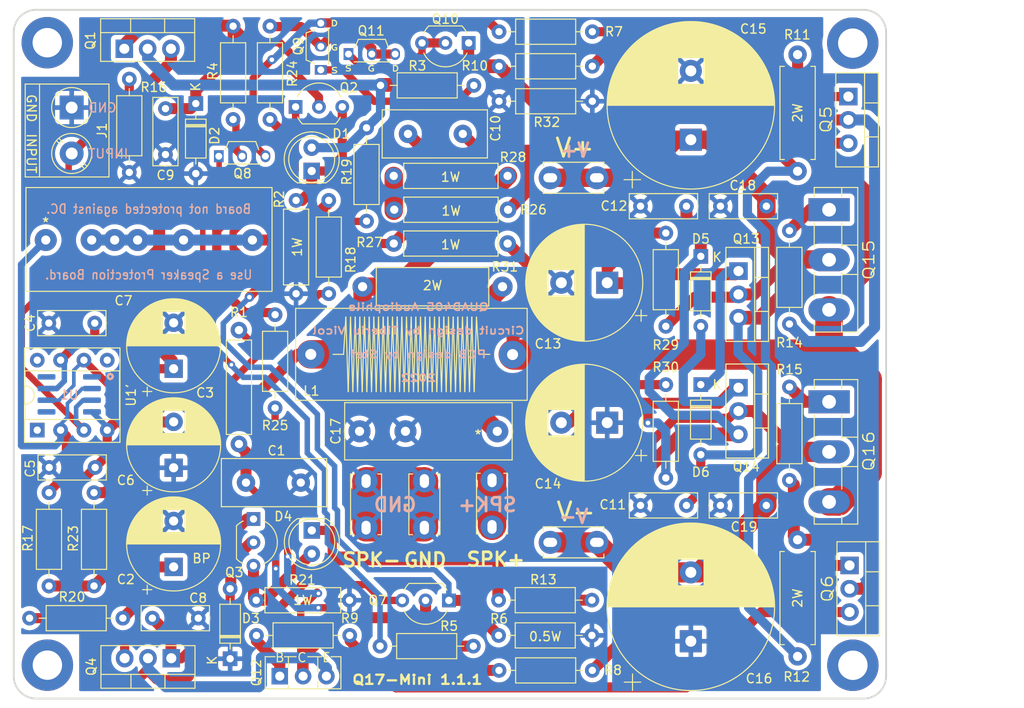
<source format=kicad_pcb>
(kicad_pcb (version 20211014) (generator pcbnew)
  (title_block (title "Q17-Mini the Quad405 reborn") (date "2021-12-10") (rev "1.1.1") (company "PCB design by Stef") (comment 1 "Zize 95 x 75 mm"))
  (layers (0 "F.Cu" signal) (31 "B.Cu" signal) (34 "B.Paste" user) (35 "F.Paste" user) (36 "B.SilkS" user "B.Silkscreen") (37 "F.SilkS" user "F.Silkscreen") (38 "B.Mask" user) (39 "F.Mask" user) (44 "Edge.Cuts" user))
  (net 0 "")
  (net 1 "GND")
  (net 2 "Net-(C1-Pad1)")
  (net 3 "Net-(C2-Pad1)")
  (net 4 "Net-(C3-Pad1)")
  (net 5 "Net-(C5-Pad2)")
  (net 6 "Net-(C7-Pad1)")
  (net 7 "Net-(C7-Pad2)")
  (net 8 "Net-(C8-Pad2)")
  (net 9 "Net-(C9-Pad2)")
  (net 10 "Net-(C10-Pad2)")
  (net 11 "Net-(C10-Pad1)")
  (net 12 "Net-(C11-Pad2)")
  (net 13 "GNDPWR")
  (net 14 "Net-(C12-Pad2)")
  (net 15 "Net-(C13-Pad1)")
  (net 16 "Net-(C14-Pad2)")
  (net 17 "Net-(C15-Pad1)")
  (net 18 "Net-(C16-Pad2)")
  (net 19 "Net-(C17-Pad1)")
  (net 20 "Net-(D1-Pad1)")
  (net 21 "Net-(D4-Pad2)")
  (net 22 "Net-(L1-Pad2)")
  (net 23 "Net-(J2-1-Pad1)")
  (net 24 "Net-(Q2-Pad1)")
  (net 25 "Net-(Q3-Pad1)")
  (net 26 "Net-(Q8-Pad2)")
  (net 27 "Net-(Q5-Pad3)")
  (net 28 "Net-(Q5-Pad2)")
  (net 29 "Net-(Q5-Pad1)")
  (net 30 "Net-(Q6-Pad3)")
  (net 31 "Net-(Q6-Pad2)")
  (net 32 "Net-(Q6-Pad1)")
  (net 33 "Net-(Q15-Pad1)")
  (net 34 "Net-(Q16-Pad1)")
  (net 35 "Net-(R1-Pad1)")
  (net 36 "Net-(J1-Pad2)")
  (net 37 "Net-(R24-Pad2)")
  (net 38 "Net-(R26-Pad2)")
  (net 39 "Net-(Q8-Pad1)")
  (net 40 "Net-(Q7-Pad2)")
  (net 41 "Net-(Q10-Pad2)")
  (net 42 "Net-(Q9-Pad1)")
  (net 43 "Net-(Q8-Pad3)")
  (net 44 "Net-(Q11-Pad2)")
  (net 45 "Net-(Q12-Pad1)")
  (net 46 "Net-(Q12-Pad2)")
  (footprint "Package_TO_SOT_THT:TO-220-3_Vertical" (layer "F.Cu") (at 178.73 83.51722 -90)
    (fp_text reference "Q13")
    (fp_text value "IRF610")
  )
  (footprint "Q17_Library:Faston_Connector_63849-1_TEC" (layer "F.Cu") (at 158.2296 113.05742 180)
    (fp_text reference "J3-3")
    (fp_text value "V-")
  )
  (footprint "Resistor_THT:R_Axial_DIN0207_L6.3mm_D2.5mm_P10.16mm_Horizontal" (layer "F.Cu") (at 138.2268 67.9196 -90)
    (fp_text reference "R19")
    (fp_text value "330R")
  )
  (footprint "LED_THT:LED_D5.0mm" (layer "F.Cu") (at 132.266041 111.76 -90)
    (fp_text reference "D4")
    (fp_text value "RED 2V")
  )
  (footprint "Capacitor_THT:CP_Radial_D18.0mm_P7.50mm" (layer "F.Cu") (at 173.541041 123.825 90)
    (fp_text reference "C16")
    (fp_text value "2200uF/63V")
  )
  (footprint "Resistor_THT:R_Axial_DIN0207_L6.3mm_D2.5mm_P10.16mm_Horizontal" (layer "F.Cu") (at 152.654 65.024)
    (fp_text reference "R32")
    (fp_text value "10R")
  )
  (footprint "Resistor_THT:R_Axial_DIN0411_L9.9mm_D3.6mm_P12.70mm_Horizontal" (layer "F.Cu") (at 185.166 125.476 90)
    (fp_text reference "R12")
    (fp_text value "47R/2W")
  )
  (footprint "Package_TO_SOT_THT:TO-220-3_Vertical" (layer "F.Cu") (at 178.73 96.21722 -90)
    (fp_text reference "Q14")
    (fp_text value "IRF9610")
  )
  (footprint "Capacitor_THT:C_Rect_L7.2mm_W2.5mm_P5.00mm_FKS2_FKP2_MKS2_MKP2" (layer "F.Cu") (at 168.061 76.454)
    (fp_text reference "C12")
    (fp_text value "100nF")
  )
  (footprint "Resistor_THT:R_Axial_DIN0207_L6.3mm_D2.5mm_P10.16mm_Horizontal" (layer "F.Cu") (at 152.608231 123.19)
    (fp_text reference "R6")
    (fp_text value "100R/0.5W")
  )
  (footprint "MountingHole:MountingHole_3.2mm_M3_DIN965_Pad_TopBottom" (layer "F.Cu") (at 191.18882 126.440889)
    (fp_text reference "H3")
    (fp_text value "MountingHole_3.2mm_M3_DIN965_Pad_TopBottom")
  )
  (footprint "Resistor_THT:R_Axial_DIN0207_L6.3mm_D2.5mm_P10.16mm_Horizontal" (layer "F.Cu") (at 108.552144 117.80722 90)
    (fp_text reference "R23")
    (fp_text value "10k")
  )
  (footprint "Q17_Library:R_Axial_L8.0mm_D2.5mm_P10.16mm_Horizontal" (layer "F.Cu") (at 126.211495 119.361037)
    (fp_text reference "R21")
    (fp_text value "5k6/1W")
  )
  (footprint "Resistor_THT:R_Axial_DIN0207_L6.3mm_D2.5mm_P10.16mm_Horizontal" (layer "F.Cu") (at 152.654 127)
    (fp_text reference "R8")
    (fp_text value "120R")
  )
  (footprint "Resistor_THT:R_Axial_DIN0207_L6.3mm_D2.5mm_P10.16mm_Horizontal" (layer "F.Cu") (at 139.7 124.3584)
    (fp_text reference "R5")
    (fp_text value "10R")
  )
  (footprint "Capacitor_THT:C_Rect_L7.2mm_W2.5mm_P5.00mm_FKS2_FKP2_MKS2_MKP2" (layer "F.Cu") (at 168.061 109.035525)
    (fp_text reference "C11")
    (fp_text value "100nF")
  )
  (footprint "Capacitor_THT:CP_Radial_D10.0mm_P5.00mm" (layer "F.Cu") (at 117.221 104.934897 90)
    (fp_text reference "C6")
    (fp_text value "100uF/16V")
  )
  (footprint "Diode_THT:D_DO-35_SOD27_P7.62mm_Horizontal" (layer "F.Cu") (at 119.634 65.278 -90)
    (fp_text reference "D2")
    (fp_text value "1N5248B")
  )
  (footprint "LED_THT:LED_D5.0mm" (layer "F.Cu") (at 132.2539 72.619806 90)
    (fp_text reference "D1")
    (fp_text value "RED 2V")
  )
  (footprint "Capacitor_THT:C_Rect_L18.0mm_W6.0mm_P15.00mm_FKS3_FKP3" (layer "F.Cu") (at 152.466041 100.965 180)
    (fp_text reference "C17")
    (fp_text value "100nF MKP")
  )
  (footprint "Silver_Mica:C_Mica_L11.4mm_W4.3mm_H9.1_P5.9mm" (layer "F.Cu") (at 125.157847 106.553)
    (fp_text reference "C1")
    (fp_text value "470p Mica")
  )
  (footprint "Diode_THT:D_DO-35_SOD27_P7.62mm_Horizontal" (layer "F.Cu") (at 123.376041 125.73 90)
    (fp_text reference "D3")
    (fp_text value "1N5248B")
  )
  (footprint "Q17_Library:R_Axial_L8.0mm_D2.5mm_P10.16mm_Horizontal" (layer "F.Cu") (at 130.556 75.819 -90)
    (fp_text reference "R2")
    (fp_text value "5k6/1W")
  )
  (footprint "MountingHole:MountingHole_3.2mm_M3_DIN965_Pad_TopBottom" (layer "F.Cu") (at 103.463294 58.647028 180)
    (fp_text reference "H1")
    (fp_text value "MountingHole")
  )
  (footprint "Capacitor_THT:CP_Radial_D12.5mm_P5.00mm" (layer "F.Cu") (at 164.435 100.02722 180)
    (fp_text reference "C14")
    (fp_text value "220uF/63V")
  )
  (footprint "Diode_THT:D_DO-35_SOD27_P7.62mm_Horizontal" (layer "F.Cu") (at 174.625 95.885 -90)
    (fp_text reference "D6")
    (fp_text value "1N5245B")
  )
  (footprint "Capacitor_THT:CP_Radial_D10.0mm_P5.00mm" (layer "F.Cu") (at 117.221 94.150616 90)
    (fp_text reference "C3")
    (fp_text value "100uF/16V")
  )
  (footprint "Q17_Library:Faston_Connector_63849-1_TEC" (layer "F.Cu") (at 144.526 106.37722 90)
    (fp_text reference "J3-2")
    (fp_text value "GND")
  )
  (footprint "Q17_Library:Faston_Connector_63849-1_TEC" (layer "F.Cu") (at 151.892 111.379 -90)
    (fp_text reference "J2-1")
    (fp_text value "SPK+")
  )
  (footprint "Resistor_THT:R_Axial_DIN0207_L6.3mm_D2.5mm_P10.16mm_Horizontal" (layer "F.Cu") (at 170.815 106.045 90)
    (fp_text reference "R30")
    (fp_text value "10R")
  )
  (footprint "Package_TO_SOT_THT:TO-220-3_Vertical" (layer "F.Cu") (at 116.967 125.674 180)
    (fp_text reference "Q4")
    (fp_text value "IRF9610")
  )
  (footprint "Package_TO_SOT_THT:TO-92S_Wide" (layer "F.Cu") (at 133.2484 61.6046 90)
    (fp_text reference "Q9")
    (fp_text value "BS250P")
  )
  (footprint "Q17_Library:R_Axial_L10.0mm_D3.50mm_P12.40mm_Horizontal" (layer "F.Cu") (at 141.191702 80.518)
    (fp_text reference "R27")
    (fp_text value "560R/1W")
  )
  (footprint "Package_TO_SOT_THT:TO-92_Inline_Wide" (layer "F.Cu") (at 147.193 119.38 180)
    (fp_text reference "Q7")
    (fp_text value "KSC1845")
  )
  (footprint "Resistor_THT:R_Axial_DIN0207_L6.3mm_D2.5mm_P10.16mm_Horizontal" (layer "F.Cu") (at 134.112 75.819 -90)
    (fp_text reference "R18")
    (fp_text value "22k")
  )
  (footprint "Silver_Mica:C_Mica_L11.4mm_W4.3mm_H9.1_P5.9mm" (layer "F.Cu") (at 148.654153 68.58 180)
    (fp_text reference "C10")
    (fp_text value "47pF Mica")
  )
  (footprint "Resistor_THT:R_Axial_DIN0207_L6.3mm_D2.5mm_P10.16mm_Horizontal" (layer "F.Cu") (at 170.815 89.535 90)
    (fp_text reference "R29")
    (fp_text value "10R")
  )
  (footprint "Package_TO_SOT_THT:TO-3P-3_Vertical" (layer "F.Cu") (at 188.595 76.835 -90)
    (fp_text reference "Q15")
    (fp_text value "FQA46N15")
  )
  (footprint "Package_TO_SOT_THT:TO-92_Inline_Wide" (layer "F.Cu") (at 125.916041 110.51742 -90)
    (fp_text reference "Q3")
    (fp_text value "KSC1845")
  )
  (footprint "Package_TO_SOT_THT:TO-3P-3_Vertical" (layer "F.Cu") (at 188.595 97.75222 -90)
    (fp_text reference "Q16")
    (fp_text value "FQA36P15")
  )
  (footprint "Q17_Library:R_Axial_L10.0mm_D3.50mm_P12.40mm_Horizontal" (layer "F.Cu") (at 141.188661 73.152)
    (fp_text reference "R28")
    (fp_text value "22R/1W")
  )
  (footprint "Capacitor_THT:C_Rect_C7_Q17_Mini_L26.50_H11.00_P20.50" (layer "F.Cu") (at 103.299366 80.137)
    (fp_text reference "C7")
    (fp_text value "1uF MKP")
  )
  (footprint "Capacitor_THT:C_Rect_L7.2mm_W2.5mm_P5.00mm_FKS2_FKP2_MKS2_MKP2" (layer "F.Cu") (at 119.907041 121.31242 180)
    (fp_text reference "C8")
    (fp_text value "100nF")
  )
  (footprint "Resistor_THT:R_Axial_DIN0207_L6.3mm_D2.5mm_P10.16mm_Horizontal" (layer "F.Cu") (at 112.395 72.771 90)
    (fp_text reference "R16")
    (fp_text value "22k")
  )
  (footprint "Capacitor_THT:C_Rect_L7.2mm_W2.5mm_P5.00mm_FKS2_FKP2_MKS2_MKP2" (layer "F.Cu") (at 103.672 104.902)
    (fp_text reference "C5")
    (fp_text value "100nF")
  )
  (footprint "Resistor_THT:R_Axial_DIN0207_L6.3mm_D2.5mm_P10.16mm_Horizontal" (layer "F.Cu") (at 127.7112 56.8452 -90)
    (fp_text reference "R24")
    (fp_text value "10k")
  )
  (footprint "Capacitor_THT:CP_Radial_D12.5mm_P5.00mm" (layer "F.Cu") (at 164.435 84.78722 180)
    (fp_text reference "C13")
    (fp_text value "220uF/63V")
  )
  (footprint "Package_TO_SOT_THT:TO-92_Inline_Wide" (layer "F.Cu") (at 130.5052 65.638)
    (fp_text reference "Q2")
    (fp_text value "KSA992")
  )
  (footprint "Capacitor_THT:C_Rect_L7.2mm_W2.5mm_P5.00mm_FKS2_FKP2_MKS2_MKP2" (layer "F.Cu") (at 103.632 89.18142)
    (fp_text reference "C4")
    (fp_text value "100nF")
  )
  (footprint "MountingHole:MountingHole_3.2mm_M3_DIN965_Pad_TopBottom" (layer "F.Cu") (at 191.175082 58.697768 180)
    (fp_text reference "H2")
    (fp_text value "MountingHole")
  )
  (footprint "Resistor_THT:R_Axial_DIN0207_L6.3mm_D2.5mm_P10.16mm_Horizontal" (layer "F.Cu") (at 123.698 56.84722 -90)
    (fp_text reference "R4")
    (fp_text value "100R")
  )
  (footprint "Resistor_THT:R_Axial_DIN0207_L6.3mm_D2.5mm_P10.16mm_Horizontal" (layer "F.Cu") (at 126.238 123.19)
    (fp_text reference "R9")
    (fp_text value "100R")
  )
  (footprint "Resistor_THT:R_Axial_DIN0411_L9.9mm_D3.6mm_P15.24mm_Horizontal" (layer "F.Cu") (at 137.795 85.217)
    (fp_text reference "R31")
    (fp_text value "10R/2W")
  )
  (footprint "Capacitor_THT:C_Rect_L7.2mm_W2.5mm_P5.00mm_FKS2_FKP2_MKS2_MKP2" (layer "F.Cu") (at 116.332 70.826 90)
    (fp_text reference "C9")
    (fp_text value "100nF")
  )
  (footprint "Q17_Library:R_Axial_L10.0mm_D3.50mm_P12.40mm_Horizontal" (layer "F.Cu") (at 124.333 89.9457 -90)
    (fp_text reference "R1")
    (fp_text value "2k7")
  )
  (footprint "Package_TO_SOT_THT:TO-220-3_Vertical" (layer "F.Cu") (at 190.825 115.57 -90)
    (fp_text reference "Q6")
    (fp_text value "FQP3N30")
  )
  (footprint "Inductor_THT:L_Axial_L22mm_D10mm_P21mm_Horizontal_Q17_Mini" (layer "F.Cu") (at 132.1556 92.5838)
    (fp_text reference "L1")
    (fp_text value "1u2")
  )
  (footprint "Q17_Library:Faston_Connector_63849-1_TEC" (layer "F.Cu") (at 138.176 106.37722 90)
    (fp_text reference "J2-2")
    (fp_text value "SPK-")
  )
  (footprint "Q17_Library:R_Axial_L10.0mm_D3.50mm_P12.40mm_Horizontal" (layer "F.Cu") (at 153.6403 76.835 180)
    (fp_text reference "R26")
    (fp_text value "22R/1W")
  )
  (footprint "Resistor_THT:R_Axial_DIN0207_L6.3mm_D2.5mm_P10.16mm_Horizontal" (layer "F.Cu") (at 101.532041 121.31242)
    (fp_text reference "R20")
    (fp_text value "330R")
  )
  (footprint "Resistor_THT:R_Axial_DIN0207_L6.3mm_D2.5mm_P10.16mm_Horizontal" (layer "F.Cu") (at 184.277 89.281 90)
    (fp_text reference "R14")
    (fp_text value "330R")
  )
  (footprint "Resistor_THT:R_Axial_DIN0207_L6.3mm_D2.5mm_P10.16mm_Horizontal" (layer "F.Cu") (at 184.277 106.299 90)
    (fp_text reference "R15")
    (fp_text value "330R")
  )
  (footprint "Package_TO_SOT_THT:TO-220-3_Vertical" (layer "F.Cu") (at 190.698 64.516 -90)
    (fp_text reference "Q5")
    (fp_text value "FQP3P20")
  )
  (footprint "Resistor_THT:R_Axial_DIN0207_L6.3mm_D2.5mm_P10.16mm_Horizontal" (layer "F.Cu") (at 152.654 57.4548)
    (fp_text reference "R7")
    (fp_text value "100R")
  )
  (footprint "Package_TO_SOT_THT:TO-92_Inline_Wide" (layer "F.Cu") (at 149.352 58.674 180)
    (fp_text reference "Q10")
    (fp_text value "KSA992")
  )
  (footprint "Resistor_THT:R_Axial_DIN0207_L6.3mm_D2.5mm_P10.16mm_Horizontal" (layer "F.Cu") (at 162.768231 119.351931 180)
    (fp_text reference "R13")
    (fp_text value "10R")
  )
  (footprint "Resistor_THT:R_Axial_DIN0207_L6.3mm_D2.5mm_P10.16mm_Horizontal" (layer "F.Cu") (at 128.27 88.265 -90)
    (fp_text reference "R25")
    (fp_text value "7k5")
  )
  (footprint "Capacitor_THT:CP_Radial_D18.0mm_P7.50mm" (layer "F.Cu") (at 173.541041 69.215 90)
    (fp_text reference "C15")
    (fp_text value "2200uF/63V")
  )
  (footprint "Resistor_THT:R_Axial_DIN0207_L6.3mm_D2.5mm_P10.16mm_Horizontal" (layer "F.Cu") (at 152.654 61.214)
    (fp_text reference "R10")
    (fp_text value "10R")
  )
  (footprint "MountingHole:MountingHole_3.2mm_M3_DIN965_Pad_TopBottom" (layer "F.Cu") (at 103.475185 126.428054 180)
    (fp_text reference "H4")
    (fp_text value "MountingHole")
  )
  (footprint "Package_TO_SOT_THT:TO-92S_Wide" (layer "F.Cu") (at 122.139 71.012)
    (fp_text reference "Q8")
    (fp_text value "ZVN4206AV")
  )
  (footprint "Package_TO_SOT_THT:TO-220-3_Vertical" (layer "F.Cu") (at 111.851041 59.309)
    (fp_text reference "Q1")
    (fp_text value "IRF610")
  )
  (footprint "Resistor_THT:R_Axial_DIN0207_L6.3mm_D2.5mm_P10.16mm_Horizontal" (layer "F.Cu") (at 139.7508 63.2968)
    (fp_text reference "R3")
    (fp_text value "150R")
  )
  (footprint "Resistor_THT:R_Axial_DIN0411_L9.9mm_D3.6mm_P12.70mm_Horizontal" (layer "F.Cu") (at 185.166 59.944 -90)
    (fp_text reference "R11")
    (fp_text value "47R/2W")
  )
  (footprint "Capacitor_THT:C_Rect_L7.2mm_W2.5mm_P5.00mm_FKS2_FKP2_MKS2_MKP2" (layer "F.Cu") (at 181.760783 109.035525 180)
    (fp_text reference "C19")
    (fp_text value "100nF")
  )
  (footprint "TerminalBlock_Phoenix:TerminalBlock_Phoenix_PT-1,5-2-5.0-H_1x02_P5.00mm_Horizontal" (layer "F.Cu") (at 106.120041 65.71079 -90)
    (fp_text reference "J1")
    (fp_text value "Input")
  )
  (footprint "Capacitor_THT:CP_Radial_D10.0mm_P5.00mm" (layer "F.Cu") (at 117.221 115.729897 90)
    (fp_text reference "C2")
    (fp_text value "100uF/16V BP")
  )
  (footprint "Package_TO_SOT_THT:TO-92S_Wide" (layer "F.Cu") (at 136.2614 59.8868)
    (fp_text reference "Q11")
    (fp_text value "BS250P")
  )
  (footprint "Package_DIP:DIP-8_W7.62mm_Socket" (layer "F.Cu") (at 102.372 100.838 90)
    (fp_text reference "U1'")
    (fp_text value "OPA1641")
  )
  (footprint "Diode_THT:D_DO-35_SOD27_P7.62mm_Horizontal" (layer "F.Cu") (at 174.625 81.915 -90)
    (fp_text reference "D5")
    (fp_text value "1N5245B")
  )
  (footprint "Q17_Library:Faston_Connector_63849-1_TEC" (layer "F.Cu") (at 158.2296 73.35722 180)
    (fp_text reference "J3-1")
    (fp_text value "V+")
  )
  (footprint "Resistor_THT:R_Axial_DIN0207_L6.3mm_D2.5mm_P10.16mm_Horizontal" (layer "F.Cu") (at 103.646719 117.80722 90)
    (fp_text reference "R17")
    (fp_text value "3k3")
  )
  (footprint "Capacitor_THT:C_Rect_L7.2mm_W2.5mm_P5.00mm_FKS2_FKP2_MKS2_MKP2" (layer "F.Cu") (at 176.764959 76.454)
    (fp_text reference "C18")
    (fp_text value "100nF")
  )
  (footprint "Package_TO_SOT_THT:TO-126-3_Vertical" (layer "F.Cu") (at 128.778 127.629)
    (fp_text reference "Q12")
    (fp_text value "BD139")
  )
  (footprint "Package_SO:SOIC-8_3.9x4.9mm_P1.27mm" (layer "B.Cu") (at 105.854717 96.943097 180)
    (fp_text reference "U1")
    (fp_text value "OPA1641")
  )
  (gr_line (start 194.806412 57.518381) (end 194.806634 127.615543) (layer "Edge.Cuts") (width 0.2))
  (gr_arc (start 99.811698 57.512454) (mid 100.529286 55.780043) (end 102.261697 55.062455) (layer "Edge.Cuts") (width 0.2))
  (gr_arc (start 194.806634 127.615543) (mid 194.089046 129.347954) (end 192.356635 130.065542) (layer "Edge.Cuts") (width 0.2))
  (gr_arc (start 192.366412 55.068383) (mid 194.092356 55.789502) (end 194.806412 57.518381) (layer "Edge.Cuts") (width 0.2))
  (gr_line (start 102.261697 55.062455) (end 192.366412 55.068383) (layer "Edge.Cuts") (width 0.2))
  (gr_arc (start 102.258328 130.064239) (mid 100.495701 129.315898) (end 99.80985 127.528029) (layer "Edge.Cuts") (width 0.2))
  (gr_line (start 102.258328 130.064239) (end 192.356635 130.065542) (layer "Edge.Cuts") (width 0.2))
  (gr_line (start 99.811698 57.512454) (end 99.80985 127.528029) (layer "Edge.Cuts") (width 0.2))
  (gr_text "GND" (at 141.341533 108.966) (layer "B.SilkS") (effects (font (size 1.5 1.5) (thickness 0.3)) (justify mirror)))
  (gr_text "V-" (at 160.782 110.236) (layer "B.SilkS") (effects (font (size 1.5 1.5) (thickness 0.3)) (justify mirror)))
  (gr_text "V+" (at 160.909 70.358) (layer "B.SilkS") (effects (font (size 1.5 1.5) (thickness 0.3)) (justify mirror)))
  (gr_text "°" (at 111.125 94.996 -270) (layer "B.SilkS") (effects (font (size 2 2) (thickness 0.25))))
  (gr_text "Board not protected against DC." (at 114.5032 76.7588) (layer "B.SilkS") (effects (font (size 1 0.9)) (justify mirror)))
  (gr_text "Use a Speaker Protection Board." (at 114.5032 83.9216) (layer "B.SilkS") (effects (font (size 1 0.9)) (justify mirror)))
  (gr_text "QUAD405 Audiophile\n\nCircuit design by Tiberiu Vicol\n\nPCB design by Stef\n\n2022\n" (at 143.8656 91.2876) (layer "B.SilkS") (effects (font (size 0.8 1) (thickness 0.175)) (justify mirror)))
  (gr_text "GND" (at 109.474 65.733914) (layer "B.SilkS") (effects (font (size 1 1)) (justify mirror)))
  (gr_text "INPUT" (at 110.109 70.739) (layer "B.SilkS") (effects (font (size 1 1)) (justify mirror)))
  (gr_text "SPK+" (at 151.384 108.966) (layer "B.SilkS") (effects (font (size 1.5 1.5) (thickness 0.3)) (justify mirror)))
  (gr_text "2W" (at 185.166 119.126 -270) (layer "F.SilkS") (effects (font (size 1 1))))
  (gr_text "D" (at 141.3764 61.468) (layer "F.SilkS") (effects (font (size 0.6 0.8) (thickness 0.125))))
  (gr_text "2W" (at 145.415 85.09) (layer "F.SilkS") (effects (font (size 1 1))))
  (gr_text "1W" (at 131.291495 119.361037) (layer "F.SilkS") (effects (font (size 1 1))))
  (gr_text "1W" (at 147.381961 73.279) (layer "F.SilkS") (effects (font (size 1 1))))
  (gr_text "G" (at 134.7216 59.182) (layer "F.SilkS") (effects (font (size 0.6 0.8) (thickness 0.125))))
  (gr_text "1W" (at 147.447 76.962) (layer "F.SilkS") (effects (font (size 1 1))))
  (gr_text "2W" (at 185.166 66.294 -270) (layer "F.SilkS") (effects (font (size 1 1))))
  (gr_text "G" (at 138.7348 61.468) (layer "F.SilkS") (effects (font (size 0.6 0.8) (thickness 0.125))))
  (gr_text "INPUT" (at 101.727 70.71079 -90) (layer "F.SilkS") (effects (font (size 1 1))))
  (gr_text "1W" (at 130.683 80.899 -270) (layer "F.SilkS") (effects (font (size 1 1))))
  (gr_text "*" (at 150.368 101.346) (layer "F.SilkS") (effects (font (size 1 1))))
  (gr_text "S" (at 136.2456 61.456095) (layer "F.SilkS") (effects (font (size 0.6 0.8) (thickness 0.125))))
  (gr_text "BP" (at 120.269 114.808) (layer "F.SilkS") (effects (font (size 1 1))))
  (gr_text "0.5W" (at 157.688231 123.317) (layer "F.SilkS") (effects (font (size 1 1))))
  (gr_text "S" (at 134.740647 61.6712) (layer "F.SilkS") (effects (font (size 0.6 0.8) (thickness 0.125))))
  (gr_text "D" (at 134.7216 56.5404) (layer "F.SilkS") (effects (font (size 0.6 0.8) (thickness 0.125))))
  (gr_text "GND" (at 101.727 65.786 -90) (layer "F.SilkS") (effects (font (size 1 1))))
  (gr_text "*" (at 103.285717 78.232) (layer "F.SilkS") (effects (font (size 1 1))))
  (gr_text "1W" (at 147.385002 80.645) (layer "F.SilkS") (effects (font (size 1 1))))
  (gr_text "Q17-Mini 1.1.1" (at 143.764 128.016) (layer "F.SilkS") (effects (font (size 1 1.2) (thickness 0.25))))
  (segment (start 128.3421 115.9256) (end 128.34208 115.92558) (width 0.8) (layer "F.Cu") (net 2))
  (segment (start 125.100483 103.240183) (end 124.206 102.3457) (width 1.2) (layer "F.Cu") (net 2))
  (segment (start 134.671984 119.888) (end 134.671984 118.657075) (width 0.8) (layer "F.Cu") (net 2))
  (segment (start 128.34208 109.794884) (end 125.100483 106.553287) (width 0.8) (layer "F.Cu") (net 2))
  (segment (start 132.981702 120.180102) (end 134.379882 120.180102) (width 0.8) (layer "F.Cu") (net 2))
  (segment (start 125.100483 106.553287) (end 125.100483 103.240183) (width 1.2) (layer "F.Cu") (net 2))
  (segment (start 128.34208 115.92558) (end 128.34208 109.794884) (width 0.8) (layer "F.Cu") (net 2))
  (segment (start 135.667533 117.661526) (end 138.235526 117.661526) (width 0.8) (layer "F.Cu") (net 2))
  (segment (start 139.954 119.38) (end 142.113 119.38) (width 0.8) (layer "F.Cu") (net 2))
  (segment (start 134.379882 120.180102) (end 134.671984 119.888) (width 0.8) (layer "F.Cu") (net 2))
  (segment (start 134.671984 118.657075) (end 135.667533 117.661526) (width 0.8) (layer "F.Cu") (net 2))
  (segment (start 138.235526 117.661526) (end 139.954 119.38) (width 0.8) (layer "F.Cu") (net 2))
  (via (at 132.981702 120.180102) (size 0.8) (drill 0.4) (layers "F.Cu" "B.Cu") (net 2))
  (via (at 128.3421 115.9256) (size 0.8) (drill 0.4) (layers "F.Cu" "B.Cu") (net 2))
  (segment (start 128.3421 117.8773) (end 130.644902 120.180102) (width 0.8) (layer "B.Cu") (net 2))
  (segment (start 130.644902 120.180102) (end 132.981702 120.180102) (width 0.8) (layer "B.Cu") (net 2))
  (segment (start 128.3421 115.9256) (end 128.3421 117.8773) (width 0.8) (layer "B.Cu") (net 2))
  (segment (start 110.629467 115.729897) (end 108.552144 117.80722) (width 1.2) (layer "F.Cu") (net 3))
  (segment (start 103.646719 117.80722) (end 108.552144 117.80722) (width 1.2) (layer "F.Cu") (net 3))
  (segment (start 117.221 115.729897) (end 110.629467 115.729897) (width 1.2) (layer "F.Cu") (net 3))
  (segment (start 117.221 94.150616) (end 114.089616 94.150616) (width 1) (layer "F.Cu") (net 4))
  (segment (start 115.648877 81.1102) (end 115.648877 73.267851) (width 1.3) (layer "F.Cu") (net 4))
  (segment (start 106.939106 91.186) (end 104.912 93.213106) (width 1) (layer "F.Cu") (net 4))
  (segment (start 115.648877 73.267851) (end 114.046 71.664974) (width 1.3) (layer "F.Cu") (net 4))
  (segment (start 114.089616 94.150616) (end 111.125 91.186) (width 1) (layer "F.Cu") (net 4))
  (segment (start 111.125 91.186) (end 108.712 91.186) (width 1) (layer "F.Cu") (net 4))
  (segment (start 116.931041 60.781114) (end 116.931041 59.309) (width 1.3) (layer "F.Cu") (net 4))
  (segment (start 108.712 91.186) (end 106.939106 91.186) (width 1) (layer "F.Cu") (net 4))
  (segment (start 115.071489 91.322489) (end 115.071489 81.687588) (width 1.3) (layer "F.Cu") (net 4))
  (segment (start 117.026041 93.277041) (end 115.071489 91.322489) (width 1.3) (layer "F.Cu") (net 4))
  (segment (start 115.071489 81.687588) (end 115.648877 81.1102) (width 1.3) (layer "F.Cu") (net 4))
  (segment (start 108.712 91.186) (end 108.632 91.106) (width 1) (layer "F.Cu") (net 4))
  (segment (start 108.632 91.106) (end 108.632 89.18142) (width 1) (layer "F.Cu") (net 4))
  (segment (start 117.026041 94.150616) (end 117.026041 93.277041) (width 1.3) (layer "F.Cu") (net 4))
  (segment (start 114.046 71.664974) (end 114.046 63.666155) (width 1.3) (layer "F.Cu") (net 4))
  (segment (start 114.046 63.666155) (end 116.931041 60.781114) (width 1.3) (layer "F.Cu") (net 4))
  (segment (start 105.320999 95.491401) (end 105.320999 93.626999) (width 0.6) (layer "B.Cu") (net 4))
  (segment (start 104.504303 96.308097) (end 105.320999 95.491401) (width 0.6) (layer "B.Cu") (net 4))
  (segment (start 103.379717 96.308097) (end 104.504303 96.308097) (width 0.6) (layer "B.Cu") (net 4))
  (segment (start 109.992 100.838) (end 109.992 103.582) (width 1) (layer "F.Cu") (net 5))
  (segment (start 109.992 103.582) (end 106.68 106.894) (width 1) (layer "F.Cu") (net 5))
  (segment (start 101.847208 114.509992) (end 101.847208 118.552603) (width 1) (layer "F.Cu") (net 5))
  (segment (start 107.414731 119.606731) (end 111.887 124.079) (width 1) (layer "F.Cu") (net 5))
  (segment (start 106.68 106.894) (end 106.68 109.6772) (width 1) (layer "F.Cu") (net 5))
  (segment (start 111.887 124.079) (end 111.887 125.674) (width 1) (layer "F.Cu") (net 5))
  (segment (start 101.847208 118.552603) (end 102.901336 119.606731) (width 1) (layer "F.Cu") (net 5))
  (segment (start 106.68 109.6772) (end 101.847208 114.509992) (width 1) (layer "F.Cu") (net 5))
  (segment (start 110.881 99.949) (end 117.206897 99.949) (width 1.2) (layer "F.Cu") (net 5))
  (segment (start 102.901336 119.606731) (end 107.414731 119.606731) (width 1) (layer "F.Cu") (net 5))
  (segment (start 109.992 100.838) (end 110.881 99.949) (width 1.2) (layer "F.Cu") (net 5))
  (segment (start 108.329717 98.848097) (end 109.992 100.51038) (width 0.6) (layer "B.Cu") (net 5))
  (segment (start 105.54537 101.47137) (end 104.912 100.838) (width 1) (layer "F.Cu") (net 6))
  (segment (start 105.54537 105.653988) (end 105.54537 101.47137) (width 1) (layer "F.Cu") (net 6))
  (segment (start 105.54537 105.653988) (end 103.646719 107.552639) (width 1) (layer "F.Cu") (net 6))
  (segment (start 105.655677 97.932199) (end 107.279779 96.308097) (width 0.4) (layer "B.Cu") (net 6))
  (segment (start 104.912 100.193) (end 105.655677 99.449323) (width 0.4) (layer "B.Cu") (net 6))
  (segment (start 104.912 100.838) (end 104.912 100.193) (width 0.4) (layer "B.Cu") (net 6))
  (segment (start 107.279779 96.308097) (end 108.329717 96.308097) (width 0.4) (layer "B.Cu") (net 6))
  (segment (start 100.6348 82.801566) (end 100.6348 102.499822) (width 0.75) (layer "B.Cu") (net 6))
  (segment (start 100.700178 102.5652) (end 104.31617 102.5652) (width 0.75) (layer "B.Cu") (net 6))
  (segment (start 103.299366 80.137) (end 100.6348 82.801566) (width 0.75) (layer "B.Cu") (net 6))
  (segment (start 104.31617 102.5652) (end 104.912 101.96937) (width 0.75) (layer "B.Cu") (net 6))
  (segment (start 104.912 101.96937) (end 104.912 100.838) (width 0.75) (layer "B.Cu") (net 6))
  (segment (start 100.6348 102.499822) (end 100.640465 102.505487) (width 0.75) (layer "B.Cu") (net 6))
  (segment (start 105.655677 99.449323) (end 105.655677 97.932199) (width 0.4) (layer "B.Cu") (net 6))
  (segment (start 130.048 80.137) (end 125.799366 80.137) (width 1.2) (layer "F.Cu") (net 7))
  (segment (start 134.112 76.073) (end 130.048 80.137) (width 1.2) (layer "F.Cu") (net 7))
  (segment (start 134.112 75.819) (end 134.112 76.073) (width 1.2) (layer "F.Cu") (net 7))
  (segment (start 125.799366 80.137) (end 108.299366 80.137) (width 1.2) (layer "B.Cu") (net 7))
  (segment (start 116.931041 123.33642) (end 116.931041 125.73) (width 1.2) (layer "F.Cu") (net 8))
  (segment (start 123.376041 120.388314) (end 123.376041 118.11) (width 1) (layer "F.Cu") (net 8))
  (segment (start 118.034355 125.73) (end 123.376041 120.388314) (width 1) (layer "F.Cu") (net 8))
  (segment (start 125.65178 113.05742) (end 123.444 115.2652) (width 1.2) (layer "F.Cu") (net 8))
  (segment (start 114.907041 121.31242) (end 116.931041 123.33642) (width 1.2) (layer "F.Cu") (net 8))
  (segment (start 116.931041 125.73) (end 118.034355 125.73) (width 1) (layer "F.Cu") (net 8))
  (segment (start 123.444 115.2652) (end 123.444 118.042041) (width 1.2) (layer "F.Cu") (net 8))
  (segment (start 125.916041 113.05742) (end 125.65178 113.05742) (width 1.2) (layer "F.Cu") (net 8))
  (segment (start 119.634 63.881) (end 119.634 65.278) (width 1.2) (layer "F.Cu") (net 9))
  (segment (start 123.698 56.84722) (end 125.447511 58.596731) (width 0.9) (layer "F.Cu") (net 9))
  (segment (start 123.5964 56.7944) (end 113.885436 56.7944) (width 1.3) (layer "F.Cu") (net 9))
  (segment (start 111.851041 58.828795) (end 111.851041 59.06222) (width 1.3) (layer "F.Cu") (net 9))
  (segment (start 119.634 65.278) (end 119.086 65.826) (width 1.2) (layer "F.Cu") (net 9))
  (segment (start 130.1496 61.68174) (end 133.0452 64.57734) (width 0.9) (layer "F.Cu") (net 9))
  (segment (start 123.698 56.84722) (end 123.698 59.817) (width 1.2) (layer "F.Cu") (net 9))
  (segment (start 113.885436 56.7944) (end 111.851041 58.828795) (width 1.3) (layer "F.Cu") (net 9))
  (segment (start 133.0452 64.57734) (end 133.0452 65.638) (width 0.9) (layer "F.Cu") (net 9))
  (segment (start 125.447511 58.596731) (end 128.700731 58.596731) (width 0.9) (layer "F.Cu") (net 9))
  (segment (start 123.698 59.817) (end 119.634 63.881) (width 1.2) (layer "F.Cu") (net 9))
  (segment (start 128.700731 58.596731) (end 130.1496 60.0456) (width 0.9) (layer "F.Cu") (net 9))
  (segment (start 119.086 65.826) (end 116.332 65.826) (width 1.2) (layer "F.Cu") (net 9))
  (segment (start 130.1496 60.0456) (end 130.1496 61.68174) (width 0.9) (layer "F.Cu") (net 9))
  (segment (start 125.474983 86.310217) (end 127.9652 83.82) (width 1) (layer "F.Cu") (net 10))
  (segment (start 144.653 77.056702) (end 144.653 70.490196) (width 1.3) (layer "F.Cu") (net 10))
  (segment (start 144.653 70.490196) (end 142.742517 68.579713) (width 1.3) (layer "F.Cu") (net 10))
  (segment (start 148.798231 119.38) (end 152.608231 123.19) (width 1.2) (layer "F.Cu") (net 10))
  (segment (start 141.191702 80.518) (end 144.653 77.056702) (width 1.3) (layer "F.Cu") (net 10))
  (segment (start 136.3472 80.518) (end 141.191702 80.518) (width 1) (layer "F.Cu") (net 10))
  (segment (start 147.193 119.38) (end 148.798231 119.38) (width 1.2) (layer "F.Cu") (net 10))
  (segment (start 125.474983 86.361023) (end 125.474983 86.310217) (width 1) (layer "F.Cu") (net 10))
  (segment (start 133.0452 83.82) (end 136.3472 80.518) (width 1) (layer "F.Cu") (net 10))
  (segment (start 127.9652 83.82) (end 133.0452 83.82) (width 1) (layer "F.Cu") (net 10))
  (via (at 125.474983 86.361023) (size 1) (drill 0.5) (layers "F.Cu" "B.Cu") (net 10))
  (segment (start 138.410156 116.0272) (end 145.6436 116.0272) (width 0.6) (layer "B.Cu") (net 10))
  (segment (start 125.474977 86.361023) (end 122.633489 89.202511) (width 0.6) (layer "B.Cu") (net 10))
  (segment (start 127.752078 93.989922) (end 132.87472 99.112564) (width 0.6) (layer "B.Cu") (net 10))
  (segment (start 125.474983 86.361023) (end 125.474977 86.361023) (width 0.6) (layer "B.Cu") (net 10))
  (segment (start 145.6436 116.0272) (end 147.193 117.5766) (width 0.6) (layer "B.Cu") (net 10))
  (segment (start 122.633489 89.202511) (end 122.633489 91.137489) (width 0.6) (layer "B.Cu") (net 10))
  (segment (start 134.75432 109.294301) (end 135.065072 109.605053) (width 0.6) (layer "B.Cu") (net 10))
  (segment (start 135.065072 112.682116) (end 138.410156 116.0272) (width 0.6) (layer "B.Cu") (net 10))
  (segment (start 147.193 117.5766) (end 147.193 119.38) (width 0.6) (layer "B.Cu") (net 10))
  (segment (start 132.87472 99.112564) (end 132.87472 102.871764) (width 0.6) (layer "B.Cu") (net 10))
  (segment (start 122.633489 91.137489) (end 125.485922 93.989922) (width 0.6) (layer "B.Cu") (net 10))
  (segment (start 125.485922 93.989922) (end 127.752078 93.989922) (width 0.6) (layer "B.Cu") (net 10))
  (segment (start 132.87472 102.871764) (end 134.75432 104.751364) (width 0.6) (layer "B.Cu") (net 10))
  (segment (start 135.065072 109.605053) (end 135.065072 112.682116) (width 0.6) (layer "B.Cu") (net 10))
  (segment (start 134.75432 104.751364) (end 134.75432 109.294301) (width 0.6) (layer "B.Cu") (net 10))
  (segment (start 155.77352 74.765933) (end 153.577453 76.962) (width 1.3) (layer "F.Cu") (net 11))
  (segment (start 178.943 66.421) (end 185.166 72.644) (width 1.2) (layer "F.Cu") (net 11))
  (segment (start 148.711517 68.579713) (end 150.489804 70.358) (width 1.2) (layer "F.Cu") (net 11))
  (segment (start 150.489804 70.358) (end 167.02002 70.358) (width 1.2) (layer "F.Cu") (net 11))
  (segment (start 155.702 70.567373) (end 155.77352 70.638893) (width 1.3) (layer "F.Cu") (net 11))
  (segment (start 170.95702 66.421) (end 178.943 66.421) (width 1.2) (layer "F.Cu") (net 11))
  (segment (start 167.02002 70.358) (end 170.95702 66.421) (width 1.2) (layer "F.Cu") (net 11))
  (segment (start 155.77352 70.638893) (end 155.77352 74.765933) (width 1.3) (layer "F.Cu") (net 11))
  (segment (start 179.832 106.172) (end 182.329031 103.674969) (width 1) (layer "B.Cu") (net 11))
  (segment (start 181.671877 93.286615) (end 181.671877 79.309877) (width 1) (layer "B.Cu") (net 11))
  (segment (start 182.329031 103.674969) (end 182.329031 93.943769) (width 1) (layer "B.Cu") (net 11))
  (segment (start 179.705 74.93) (end 181.991 72.644) (width 1) (layer "B.Cu") (net 11))
  (segment (start 185.166 125.476) (end 179.832 120.142) (width 1) (layer "B.Cu") (net 11))
  (segment (start 182.329031 93.943769) (end 181.671877 93.286615) (width 1) (layer "B.Cu") (net 11))
  (segment (start 181.991 72.644) (end 185.166 72.644) (width 1) (layer "B.Cu") (net 11))
  (segment (start 179.705 77.343) (end 179.705 74.93) (width 1) (layer "B.Cu") (net 11))
  (segment (start 181.671877 79.309877) (end 179.705 77.343) (width 1) (layer "B.Cu") (net 11))
  (segment (start 179.832 120.142) (end 179.832 106.172) (width 1) (layer "B.Cu") (net 11))
  (segment (start 178.73 88.59722) (end 181.037413 88.59722) (width 1.5) (layer "F.Cu") (net 12))
  (segment (start 174.625 107.471525) (end 173.061 109.035525) (width 1) (layer "F.Cu") (net 12))
  (segment (start 145.542 63.246) (end 139.7508 63.246) (width 1.5) (layer "F.Cu") (net 12))
  (segment (start 152.654 61.214) (end 147.574 61.214) (width 1.5) (layer "F.Cu") (net 12))
  (segment (start 192.405 83.997075) (end 192.405 74.676) (width 1.5) (layer "F.Cu") (net 12))
  (segment (start 169.799 64.262) (end 166.243 67.818) (width 1.5) (layer "F.Cu") (net 12))
  (segment (start 190.246 72.517) (end 188.341 72.517) (width 1.5) (layer "F.Cu") (net 12))
  (segment (start 149.352 58.674) (end 149.352 61.2648) (width 1.2) (layer "F.Cu") (net 12))
  (segment (start 192.405 74.676) (end 190.246 72.517) (width 1.5) (layer "F.Cu") (net 12))
  (segment (start 147.574 61.214) (end 145.542 63.246) (width 1.5) (layer "F.Cu") (net 12))
  (segment (start 159.258 67.818) (end 152.654 61.214) (width 1.5) (layer "F.Cu") (net 12))
  (segment (start 166.243 67.818) (end 159.258 67.818) (width 1.5) (layer "F.Cu") (net 12))
  (segment (start 184.649152 84.985481) (end 191.416594 84.985481) (width 1.5) (layer "F.Cu") (net 12))
  (segment (start 180.086 64.262) (end 169.799 64.262) (width 1.5) (layer "F.Cu") (net 12))
  (segment (start 188.341 72.517) (end 180.086 64.262) (width 1.5) (layer "F.Cu") (net 12))
  (segment (start 174.625 103.505) (end 174.625 107.471525) (width 1) (layer "F.Cu") (net 12))
  (segment (start 181.037413 88.59722) (end 184.649152 84.985481) (width 1.5) (layer "F.Cu") (net 12))
  (segment (start 191.416594 84.985481) (end 192.405 83.997075) (width 1.5) (layer "F.Cu") (net 12))
  (segment (start 178.689 92.424379) (end 178.689 88.63822) (width 1) (layer "B.Cu") (net 12))
  (segment (start 174.65242 103.53242) (end 180.272041 103.53242) (width 1) (layer "B.Cu") (net 12))
  (segment (start 136.066594 70.079806) (end 132.2539 70.079806) (width 1) (layer "B.Cu") (net 12))
  (segment (start 180.829511 94.56489) (end 178.689 92.424379) (width 1) (layer "B.Cu") (net 12))
  (segment (start 139.7508 66.3956) (end 136.066594 70.079806) (width 1) (layer "B.Cu") (net 12))
  (segment (start 139.56287 63.26127) (end 117.23627 63.26127) (width 1.2) (layer "B.Cu") (net 12))
  (segment (start 180.272041 103.53242) (end 180.829511 102.97495) (width 1) (layer "B.Cu") (net 12))
  (segment (start 180.829511 102.97495) (end 180.829511 94.56489) (width 1) (layer "B.Cu") (net 12))
  (segment (start 139.7508 63.2968) (end 139.7508 66.3956) (width 1) (layer "B.Cu") (net 12))
  (segment (start 114.391041 60.416041) (end 114.391041 59.309) (width 1.2) (layer "B.Cu") (net 12))
  (segment (start 117.23627 63.26127) (end 114.391041 60.416041) (width 1.2) (layer "B.Cu") (net 12))
  (segment (start 139.77822 111.125) (end 144.526 106.37722) (width 3) (layer "F.Cu") (net 13))
  (segment (start 144.526 106.37722) (end 144.526 111.45722) (width 3) (layer "F.Cu") (net 13))
  (segment (start 138.176 106.37722) (end 144.526 106.37722) (width 3) (layer "F.Cu") (net 13))
  (segment (start 138.176 111.45722) (end 144.526 111.45722) (width 3) (layer "F.Cu") (net 13))
  (segment (start 138.176 106.37722) (end 138.176 111.45722) (width 3) (layer "F.Cu") (net 13))
  (segment (start 138.176 106.37722) (end 143.256 111.45722) (width 3) (layer "F.Cu") (net 13))
  (segment (start 139.77822 111.45722) (end 139.77822 111.125) (width 3) (layer "F.Cu") (net 13))
  (segment (start 178.73 101.29722) (end 172.537333 101.29722) (width 1.5) (layer "F.Cu") (net 14))
  (segment (start 173.061 77.704959) (end 174.625 79.268959) (width 1.3) (layer "F.Cu") (net 14))
  (segment (start 115.357478 128.016) (end 118.576522 128.016) (width 1) (layer "F.Cu") (net 14))
  (segment (start 174.625 79.268959) (end 174.625 81.915) (width 1.3) (layer "F.Cu") (net 14))
  (segment (start 107.696 122.936) (end 106.07242 121.31242) (width 1.1) (layer "F.Cu") (net 14))
  (segment (start 106.07242 121.31242) (end 101.532041 121.31242) (width 1.1) (layer "F.Cu") (net 14))
  (segment (start 131.826 117.094) (end 132.842 117.094) (width 1) (layer "F.Cu") (net 14))
  (segment (start 107.696 124.5108) (end 107.696 122.936) (width 1.1) (layer "F.Cu") (net 14))
  (segment (start 132.842 117.094) (end 135.128 114.808) (width 1) (layer "F.Cu") (net 14))
  (segment (start 172.537333 101.29722) (end 165.376553 108.458) (width 1.5) (layer "F.Cu") (net 14))
  (segment (start 159.004 108.458) (end 152.654 114.808) (width 1.5) (layer "F.Cu") (net 14))
  (segment (start 114.427 126.873) (end 113.284 128.016) (width 1.1) (layer "F.Cu") (net 14))
  (segment (start 134.493 111.887) (end 134.493 115.443) (width 1) (layer "F.Cu") (net 14))
  (segment (start 118.576522 128.016) (end 118.919011 127.673511) (width 1) (layer "F.Cu") (net 14))
  (segment (start 165.376553 108.458) (end 159.004 108.458) (width 1.5) (layer "F.Cu") (net 14))
  (segment (start 114.427 125.73) (end 114.427 127.085522) (width 1) (layer "F.Cu") (net 14))
  (segment (start 118.919011 127.673511) (end 118.919011 126.965986) (width 1) (layer "F.Cu") (net 14))
  (segment (start 113.284 128.016) (end 111.2012 128.016) (width 1.1) (layer "F.Cu") (net 14))
  (segment (start 132.266041 111.76) (end 134.366 111.76) (width 1) (layer "F.Cu") (net 14))
  (segment (start 134.366 111.76) (end 134.493 111.887) (width 1) (layer "F.Cu") (net 14))
  (segment (start 111.2012 128.016) (end 107.696 124.5108) (width 1.1) (layer "F.Cu") (net 14))
  (segment (start 114.427 127.085522) (end 115.357478 128.016) (width 1) (layer "F.Cu") (net 14))
  (segment (start 127.529511 121.390489) (end 131.826 117.094) (width 1) (layer "F.Cu") (net 14))
  (segment (start 118.919011 126.965986) (end 124.494508 121.390489) (width 1) (layer "F.Cu") (net 14))
  (segment (start 114.427 125.73) (end 114.427 126.873) (width 1.1) (layer "F.Cu") (net 14))
  (segment (start 173.061 76.454) (end 173.061 77.704959) (width 1.3) (layer "F.Cu") (net 14))
  (segment (start 152.654 114.808) (end 135.128 114.808) (width 1.5) (layer "F.Cu") (net 14))
  (segment (start 152.527 119.2707) (end 152.527 114.681) (width 1.2) (layer "F.Cu") (net 14))
  (segment (start 124.494508 121.390489) (end 127.529511 121.390489) (width 1) (layer "F.Cu") (net 14))
  (segment (start 114.427 126.829) (end 114.427 125.674) (width 1.2) (layer "B.Cu") (net 14))
  (segment (start 171.600199 99.215093) (end 176.3798 99.215093) (width 1) (layer "B.Cu") (net 14))
  (segment (start 133.858 126.746) (end 132.741489 125.629489) (width 1.2) (layer "B.Cu") (net 14))
  (segment (start 133.858 127.629) (end 133.858 126.746) (width 1.2) (layer "B.Cu") (net 14))
  (segment (start 172.825489 91.329617) (end 169.015489 95.139617) (width 1) (layer "B.Cu") (net 14))
  (segment (start 169.015489 96.630383) (end 171.600199 99.215093) (width 1) (layer "B.Cu") (net 14))
  (segment (start 169.015489 95.139617) (end 169.015489 96.630383) (width 1) (layer "B.Cu") (net 14))
  (segment (start 116.376 128.778) (end 114.427 126.829) (width 1.2) (layer "B.Cu") (net 14))
  (segment (start 126.778489 128.491511) (end 126.492 128.778) (width 1.2) (layer "B.Cu") (net 14))
  (segment (start 176.3798 99.215093) (end 178.461927 101.29722) (width 1) (layer "B.Cu") (net 14))
  (segment (start 126.778489 125.629489) (end 126.778489 128.491511) (width 1.2) (layer "B.Cu") (net 14))
  (segment (start 132.741489 125.629489) (end 126.778489 125.629489) (width 1.2) (layer "B.Cu") (net 14))
  (segment (start 174.625 81.915) (end 172.825489 83.714511) (width 1) (layer "B.Cu") (net 14))
  (segment (start 172.825489 83.714511) (end 172.825489 91.329617) (width 1) (layer "B.Cu") (net 14))
  (segment (start 126.492 128.778) (end 116.376 128.778) (width 1.2) (layer "B.Cu") (net 14))
  (segment (start 178.382709 83.864511) (end 178.73 83.51722) (width 1.3) (layer "F.Cu") (net 15))
  (segment (start 170.389489 83.864511) (end 178.382709 83.864511) (width 1.3) (layer "F.Cu") (net 15))
  (segment (start 168.275 79.375) (end 170.815 79.375) (width 1.2) (layer "F.Cu") (net 15))
  (segment (start 164.48378 84.836) (end 169.418 84.836) (width 1.3) (layer "F.Cu") (net 15))
  (segment (start 164.435 83.215) (end 168.275 79.375) (width 1.2) (layer "F.Cu") (net 15))
  (segment (start 164.435 84.78722) (end 164.435 83.215) (width 1.2) (layer "F.Cu") (net 15))
  (segment (start 169.418 84.836) (end 170.389489 83.864511) (width 1.3) (layer "F.Cu") (net 15))
  (segment (start 176.73048 84.38152) (end 177.59478 83.51722) (width 1) (layer "B.Cu") (net 15))
  (segment (start 175.26 96.012) (end 176.73048 94.54152) (width 1) (layer "B.Cu") (net 15))
  (segment (start 176.73048 94.54152) (end 176.73048 84.38152) (width 1) (layer "B.Cu") (net 15))
  (segment (start 174.752 96.012) (end 175.26 96.012) (width 1) (layer "B.Cu") (net 15))
  (segment (start 177.59478 83.51722) (end 178.73 83.51722) (width 1) (layer "B.Cu") (net 15))
  (segment (start 176.63048 97.907246) (end 178.320506 96.21722) (width 1.2) (layer "F.Cu") (net 16))
  (segment (start 159.435 100.02722) (end 160.3378 100.02722) (width 1.2) (layer "F.Cu") (net 16))
  (segment (start 167.884246 97.907246) (end 176.63048 97.907246) (width 1.2) (layer "F.Cu") (net 16))
  (segment (start 160.3378 100.02722) (end 162.70202 97.663) (width 1.2) (layer "F.Cu") (net 16))
  (segment (start 178.320506 96.21722) (end 178.461927 96.21722) (width 1.2) (layer "F.Cu") (net 16))
  (segment (start 168.870922 99.020922) (end 167.64 97.79) (width 1) (layer "F.Cu") (net 16))
  (segment (start 168.870922 100.053051) (end 168.870922 99.020922) (width 1) (layer "F.Cu") (net 16))
  (segment (start 162.70202 97.663) (end 167.64 97.663) (width 1.2) (layer "F.Cu") (net 16))
  (via (at 168.870922 100.053051) (size 1) (drill 0.5) (layers "F.Cu" "B.Cu") (net 16))
  (segment (start 170.815 100.926642) (end 170.815 106.045) (width 1) (layer "B.Cu") (net 16))
  (segment (start 172.856551 97.715573) (end 176.963574 97.715573) (width 1) (layer "B.Cu") (net 16))
  (segment (start 172.72 94.488) (end 172.72 97.579022) (width 1) (layer "B.Cu") (net 16))
  (segment (start 176.963574 97.715573) (end 178.461927 96.21722) (width 1) (layer "B.Cu") (net 16))
  (segment (start 172.72 97.579022) (end 172.856551 97.715573) (width 1) (layer "B.Cu") (net 16))
  (segment (start 168.870922 100.053051) (end 169.941409 100.053051) (width 1) (layer "B.Cu") (net 16))
  (segment (start 174.625 92.583) (end 172.72 94.488) (width 1) (layer "B.Cu") (net 16))
  (segment (start 169.941409 100.053051) (end 170.815 100.926642) (width 1) (layer "B.Cu") (net 16))
  (segment (start 174.625 89.535) (end 174.625 92.583) (width 1) (layer "B.Cu") (net 16))
  (segment (start 166.9418 73.35722) (end 167.5514 73.35722) (width 0.25) (layer "F.Cu") (net 17))
  (segment (start 173.541041 69.215) (end 175.514 69.215) (width 2) (layer "F.Cu") (net 17))
  (segment (start 184.19878 82.24722) (end 184.913219 82.24722) (width 1) (layer "F.Cu") (net 17))
  (segment (start 181.764959 79.86096) (end 184.151219 82.24722) (width 2) (layer "F.Cu") (net 17))
  (segment (start 158.2296 73.35722) (end 167.5514 73.35722) (width 2) (layer "F.Cu") (net 17))
  (segment (start 175.514 69.215) (end 181.764959 75.465959) (width 2) (layer "F.Cu") (net 17))
  (segment (start 181.764959 76.454) (end 181.764959 79.86096) (width 2) (layer "F.Cu") (net 17))
  (segment (start 173.99 86.36) (end 170.815 89.535) (width 1.2) (layer "F.Cu") (net 17))
  (segment (start 178.73 86.05722) (end 180.38878 86.05722) (width 1.3) (layer "F.Cu") (net 17))
  (segment (start 184.151219 82.24722) (end 184.913219 82.24722) (width 2) (layer "F.Cu") (net 17))
  (segment (start 178.73 86.05722) (end 178.42722 86.36) (width 1.2) (layer "F.Cu") (net 17))
  (segment (start 184.913219 82.24722) (end 188.55722 82.24722) (width 2) (layer "F.Cu") (net 17))
  (segment (start 171.84602 69.215) (end 173.541041 69.215) (width 2) (layer "F.Cu") (net 17))
  (segment (start 167.7038 73.35722) (end 171.84602 69.215) (width 2) (layer "F.Cu") (net 17))
  (segment (start 180.38878 86.05722) (end 184.19878 82.24722) (width 1.3) (layer "F.Cu") (net 17))
  (segment (start 181.764959 75.465959) (end 181.764959 76.454) (width 2) (layer "F.Cu") (net 17))
  (segment (start 178.42722 86.36) (end 173.99 86.36) (width 1.2) (layer "F.Cu") (net 17))
  (segment (start 166.9418 73.35722) (end 167.7038 73.35722) (width 1.8) (layer "F.Cu") (net 17))
  (segment (start 157.235489 97.399511) (end 158.75 95.885) (width 1) (layer "F.Cu") (net 18))
  (segment (start 183.81778 103.20222) (end 184.869358 103.20222) (width 2.2) (layer "F.Cu") (net 18))
  (segment (start 158.523932 102.226731) (end 157.235489 100.938288) (width 1) (layer "F.Cu") (net 18))
  (segment (start 157.235489 100.938288) (end 157.235489 97.399511) (width 1) (layer "F.Cu") (net 18))
  (segment (start 180.424358 98.75722) (end 184.869358 103.20222) (width 1.3) (layer "F.Cu") (net 18))
  (segment (start 181.760783 109.035525) (end 181.760783 105.259217) (width 2.2) (layer "F.Cu") (net 18))
  (segment (start 178.73 98.75722) (end 180.424358 98.75722) (width 1.3) (layer "F.Cu") (net 18))
  (segment (start 174.471308 116.325) (end 181.760783 109.035525) (width 2.2) (layer "F.Cu") (net 18))
  (segment (start 181.760783 105.259217) (end 183.81778 103.20222) (width 2.2) (layer "F.Cu") (net 18))
  (segment (start 169.133628 102.226731) (end 158.523932 102.226731) (width 1) (layer "F.Cu") (net 18))
  (segment (start 166.57718 116.325) (end 173.541041 116.325) (width 2.2) (layer "F.Cu") (net 18))
  (segment (start 171.812659 99.5477) (end 169.133628 102.226731) (width 1) (layer "F.Cu") (net 18))
  (segment (start 178.461927 98.75722) (end 177.671447 99.5477) (width 1) (layer "F.Cu") (net 18))
  (segment (start 158.2296 113.05742) (end 163.3096 113.05742) (width 2.2) (layer "F.Cu") (net 18))
  (segment (start 163.3096 113.05742) (end 166.57718 116.325) (width 2.2) (layer "F.Cu") (net 18))
  (segment (start 158.75 95.885) (end 170.815 95.885) (width 1) (layer "F.Cu") (net 18))
  (segment (start 173.541041 116.325) (end 174.471308 116.325) (width 2.2) (layer "F.Cu") (net 18))
  (segment (start 184.869358 103.20222) (end 188.595 103.20222) (width 2.2) (layer "F.Cu") (net 18))
  (segment (start 177.671447 99.5477) (end 171.812659 99.5477) (width 1) (layer "F.Cu") (net 18))
  (segment (start 149.479 97.977959) (end 149.479 88.773) (width 2) (layer "F.Cu") (net 19))
  (segment (start 149.479 88.773) (end 153.035 85.217) (width 2) (layer "F.Cu") (net 19))
  (segment (start 152.466041 100.965) (end 149.479 97.977959) (width 2) (layer "F.Cu") (net 19))
  (segment (start 134.034594 72.619806) (end 135.5852 71.0692) (width 1) (layer "F.Cu") (net 20))
  (segment (start 130.556 75.819) (end 131.191 75.819) (width 1.2) (layer "F.Cu") (net 20))
  (segment (start 132.2539 74.7561) (end 132.2539 72.619806) (width 1.2) (layer "F.Cu") (net 20))
  (segment (start 131.191 75.819) (end 132.2539 74.7561) (width 1.2) (layer "F.Cu") (net 20))
  (segment (start 132.258794 72.619806) (end 134.034594 72.619806) (width 1) (layer "F.Cu") (net 20))
  (segment (start 135.5852 71.0692) (end 135.5852 65.638) (width 1) (layer "F.Cu") (net 20))
  (segment (start 125.916041 119.065583) (end 126.211495 119.361037) (width 1.2) (layer "F.Cu") (net 21))
  (segment (start 126.211495 119.361037) (end 127.145963 119.361037) (width 1.2) (layer "F.Cu") (net 21))
  (segment (start 125.916041 115.59742) (end 125.916041 119.065583) (width 1.2) (layer "F.Cu") (net 21))
  (segment (start 127.145963 119.361037) (end 132.207 114.3) (width 1.2) (layer "F.Cu") (net 21))
  (segment (start 154.1302 92.6092) (end 154.1302 90.7258) (width 1.3) (layer "F.Cu") (net 22))
  (segment (start 189.8912 92.6092) (end 189.992 92.71) (width 3.3) (layer "F.Cu") (net 22))
  (segment (start 192.844511 95.334711) (end 192.844511 105.427709) (width 3) (layer "F.Cu") (net 22))
  (segment (start 189.62 108.65222) (end 188.595 108.65222) (width 3) (layer "F.Cu") (net 22))
  (segment (start 156.337 83.263298) (end 153.591702 80.518) (width 1.3) (layer "F.Cu") (net 22))
  (segment (start 154.2572 92.6092) (end 189.8912 92.6092) (width 3.3) (layer "F.Cu") (net 22))
  (segment (start 189.992 92.71) (end 190.2198 92.71) (width 3) (layer "F.Cu") (net 22))
  (segment (start 190.2198 92.71) (end 192.844511 95.334711) (width 3) (layer "F.Cu") (net 22))
  (segment (start 154.1302 90.7258) (end 156.337 88.519) (width 1.3) (layer "F.Cu") (net 22))
  (segment (start 156.337 88.519) (end 156.337 83.263298) (width 1.3) (layer "F.Cu") (net 22))
  (segment (start 188.595 91.985) (end 188.595 87.735) (width 3) (layer "F.Cu") (net 22))
  (segment (start 192.844511 105.427709) (end 189.62 108.65222) (width 3) (layer "F.Cu") (net 22))
  (segment (start 151.892 111.252) (end 151.892 105.664) (width 3.1) (layer "F.Cu") (net 23))
  (segment (start 138.8118 92.5838) (end 132.1556 92.5838) (width 3.1) (layer "F.Cu") (net 23))
  (segment (start 108.552144 107.64722) (end 109.77678 107.64722) (width 1.2) (layer "F.Cu") (net 23))
  (segment (start 137.795 85.217) (end 137.795 92.583) (width 2) (layer "F.Cu") (net 23))
  (segment (start 115.062 102.362) (end 120.904 102.362) (width 1.2) (layer "F.Cu") (net 23))
  (segment (start 137.795 85.217) (end 141.559 85.217) (width 2) (layer "F.Cu") (net 23))
  (segment (start 109.77678 107.64722) (end 115.062 102.362) (width 1.2) (layer "F.Cu") (net 23))
  (segment (start 130.6822 92.5838) (end 132.1556 92.5838) (width 1.2) (layer "F.Cu") (net 23))
  (segment (start 120.904 102.362) (end 130.6822 92.5838) (width 1.2) (layer "F.Cu") (net 23))
  (segment (start 151.892 105.664) (end 138.8118 92.5838) (width 3.1) (layer "F.Cu") (net 23))
  (segment (start 141.559 85.217) (end 153.624 73.152) (width 2) (layer "F.Cu") (net 23))
  (segment (start 130.5052 69.283612) (end 130.454389 69.334423) (width 0.8) (layer "F.Cu") (net 24))
  (segment (start 130.556 82.296) (end 134.747 78.105) (width 0.8) (layer "F.Cu") (net 24))
  (segment (start 134.747 78.105) (end 138.2014 78.105) (width 0.8) (layer "F.Cu") (net 24))
  (segment (start 130.454389 72.544827) (end 128.430176 74.56904) (width 0.8) (layer "F.Cu") (net 24))
  (segment (start 128.398168 74.56904) (end 123.699855 79.267353) (width 0.8) (layer "F.Cu") (net 24))
  (segment (start 130.454389 69.334423) (end 130.454389 72.544827) (width 0.8) (layer "F.Cu") (net 24))
  (segment (start 130.5052 65.638) (end 130.5052 69.283612) (width 0.8) (layer "F.Cu") (net 24))
  (segment (start 124.989208 82.296) (end 130.556 82.296) (width 0.8) (layer "F.Cu") (net 24))
  (segment (start 123.699855 79.267353) (end 123.699855 81.006647) (width 0.8) (layer "F.Cu") (net 24))
  (segment (start 128.430176 74.56904) (end 128.398168 74.56904) (width 0.8) (layer "F.Cu") (net 24))
  (segment (start 123.699855 81.006647) (end 124.989208 82.296) (width 0.8) (layer "F.Cu") (net 24))
  (segment (start 117.980688 119.169231) (end 113.83523 119.169231) (width 1.2) (layer "F.Cu") (net 25))
  (segment (start 113.83523 119.169231) (end 111.692041 121.31242) (width 1.2) (layer "F.Cu") (net 25))
  (segment (start 125.19458 110.51742) (end 119.8372 115.8748) (width 1.2) (layer "F.Cu") (net 25))
  (segment (start 119.8372 117.312719) (end 117.980688 119.169231) (width 1.2) (layer "F.Cu") (net 25))
  (segment (start 125.916041 110.51742) (end 125.19458 110.51742) (width 1.2) (layer "F.Cu") (net 25))
  (segment (start 119.8372 115.8748) (end 119.8372 117.312719) (width 1.2) (layer "F.Cu") (net 25))
  (segment (start 124.011041 70.344041) (end 124.679 71.012) (width 0.8) (layer "F.Cu") (net 26))
  (segment (start 124.011041 67.00722) (end 124.011041 70.344041) (width 0.8) (layer "F.Cu") (net 26))
  (segment (start 190.119 69.596) (end 188.722 69.596) (width 1.2) (layer "F.Cu") (net 27))
  (segment (start 178.435 59.309) (end 164.719 59.309) (width 1.2) (layer "F.Cu") (net 27))
  (segment (start 188.722 69.596) (end 178.435 59.309) (width 1.2) (layer "F.Cu") (net 27))
  (segment (start 164.719 59.309) (end 162.814 61.214) (width 1.2) (layer "F.Cu") (net 27))
  (segment (start 185.166 63.246) (end 185.166 59.944) (width 1.2) (layer "F.Cu") (net 28))
  (segment (start 188.976 67.056) (end 185.166 63.246) (width 1.2) (layer "F.Cu") (net 28))
  (segment (start 190.698 67.056) (end 188.976 67.056) (width 1.2) (layer "F.Cu") (net 28))
  (segment (start 186.1312 91.186) (end 192.024 91.186) (width 1.2) (layer "B.Cu") (net 28))
  (segment (start 184.277 89.3318) (end 186.1312 91.186) (width 1.2) (layer "B.Cu") (net 28))
  (segment (start 192.024 91.186) (end 193.548 89.662) (width 1.2) (layer "B.Cu") (net 28))
  (segment (start 193.548 68.001) (end 192.603 67.056) (width 1.2) (layer "B.Cu") (net 28))
  (segment (start 193.548 89.662) (end 193.548 68.001) (width 1.2) (layer "B.Cu") (net 28))
  (segment (start 192.603 67.056) (end 190.698 67.056) (width 1.2) (layer "B.Cu") (net 28))
  (segment (start 187.375571 59.325834) (end 187.375571 62.915571) (width 1) (layer "F.Cu") (net 29))
  (segment (start 188.976 64.516) (end 190.698 64.516) (width 1) (layer "F.Cu") (net 29))
  (segment (start 162.8648 57.4548) (end 185.504537 57.4548) (width 1) (layer "F.Cu") (net 29))
  (segment (start 187.375571 62.915571) (end 188.976 64.516) (width 1) (layer "F.Cu") (net 29))
  (segment (start 185.504537 57.4548) (end 187.375571 59.325834) (width 1) (layer "F.Cu") (net 29))
  (segment (start 141.454132 128.849511) (end 136.398 123.793379) (width 1.1) (layer "F.Cu") (net 30))
  (segment (start 181.229 120.65) (end 173.029489 128.849511) (width 1.1) (layer "F.Cu") (net 30))
  (segment (start 173.029489 128.849511) (end 141.454132 128.849511) (width 1.1) (layer "F.Cu") (net 30))
  (segment (start 136.398 123.793379) (end 136.398 123.19) (width 1.1) (layer "F.Cu") (net 30))
  (segment (start 159.131 128.778) (end 159.131 120.396) (width 1.2) (layer "F.Cu") (net 30))
  (segment (start 190.825 120.65) (end 181.229 120.65) (width 1.1) (layer "F.Cu") (net 30))
  (segment (start 160.175069 119.351931) (end 162.768231 119.351931) (width 1.2) (layer "F.Cu") (net 30))
  (segment (start 159.131 120.396) (end 160.175069 119.351931) (width 1.2) (layer "F.Cu") (net 30))
  (segment (start 184.755 112.365) (end 185.166 112.776) (width 1.3) (layer "F.Cu") (net 31))
  (segment (start 185.166 112.776) (end 191.982522 112.776) (width 1.3) (layer "F.Cu") (net 31))
  (segment (start 193.04 117.306522) (end 192.236522 118.11) (width 1.3) (layer "F.Cu") (net 31))
  (segment (start 193.04 113.833478) (end 193.04 117.306522) (width 1.3) (layer "F.Cu") (net 31))
  (segment (start 184.277 106.299) (end 184.755 106.777) (width 1.3) (layer "F.Cu") (net 31))
  (segment (start 191.982522 112.776) (end 193.04 113.833478) (width 1.3) (layer "F.Cu") (net 31))
  (segment (start 184.755 106.777) (end 184.755 112.365) (width 1.3) (layer "F.Cu") (net 31))
  (segment (start 192.236522 118.11) (end 190.825 118.11) (width 1.3) (layer "F.Cu") (net 31))
  (segment (start 181.796041 115.57) (end 176.462041 120.904) (width 1.2) (layer "F.Cu") (net 32))
  (segment (start 168.91 120.904) (end 162.814 127) (width 1.2) (layer "F.Cu") (net 32))
  (segment (start 190.825 115.57) (end 181.796041 115.57) (width 1.2) (layer "F.Cu") (net 32))
  (segment (start 176.462041 120.904) (end 168.91 120.904) (width 1.2) (layer "F.Cu") (net 32))
  (segment (start 188.595 76.835) (end 186.563 76.835) (width 1.3) (layer "F.Cu") (net 33))
  (segment (start 186.563 76.835) (end 184.277 79.121) (width 1.3) (layer "F.Cu") (net 33))
  (segment (start 188.595 97.75222) (end 185.89022 97.75222) (width 1.3) (layer "F.Cu") (net 34))
  (segment (start 185.89022 97.75222) (end 184.277 96.139) (width 1.3) (layer "F.Cu") (net 34))
  (segment (start 133.096 85.979) (end 134.112 85.979) (width 0.8) (layer "F.Cu") (net 35))
  (segment (start 123.024873 96.050127) (end 133.096 85.979) (width 0.8) (layer "F.Cu") (net 35))
  (segment (start 124.333 89.9457) (end 126.73115 92.34385) (width 0.8) (layer "F.Cu") (net 35))
  (segment (start 110.284127 96.050127) (end 107.452 93.218) (width 0.8) (layer "F.Cu") (net 35))
  (segment (start 123.024873 96.050127) (end 110.284127 96.050127) (width 0.8) (layer "F.Cu") (net 35))
  (segment (start 106.353276 95.962486) (end 106.353276 94.316724) (width 0.4) (layer "B.Cu") (net 35))
  (segment (start 106.353276 94.316724) (end 107.452 93.218) (width 0.4) (layer "B.Cu") (net 35))
  (segment (start 104.756157 97.559605) (end 106.353276 95.962486) (width 0.4) (layer "B.Cu") (net 35))
  (segment (start 103.379717 97.578097) (end 104.756157 97.578097) (width 0.4) (layer "B.Cu") (net 35))
  (segment (start 104.756157 97.578097) (end 104.756157 97.559605) (width 0.4) (layer "B.Cu") (net 35))
  (segment (start 105.791 82.9818) (end 100.6856 88.0872) (width 0.7) (layer "F.Cu") (net 36))
  (segment (start 112.395 64.435831) (end 112.395 62.611) (width 1) (layer "F.Cu") (net 36))
  (segment (start 106.120041 70.71079) (end 112.395 64.435831) (width 1) (layer "F.Cu") (net 36))
  (segment (start 100.6856 88.0872) (end 100.6856 94.0716) (width 0.7) (layer "F.Cu") (net 36))
  (segment (start 100.6856 94.0716) (end 107.452 100.838) (width 0.7) (layer "F.Cu") (net 36))
  (segment (start 105.791 71.755) (end 105.791 82.9818) (width 0.7) (layer "F.Cu") (net 36))
  (segment (start 106.605197 98.325503) (end 107.352603 97.578097) (width 0.5) (layer "B.Cu") (net 36))
  (segment (start 107.452 100.838) (end 106.605197 99.991197) (width 0.5) (layer "B.Cu") (net 36))
  (segment (start 107.352603 97.578097) (end 108.329717 97.578097) (width 0.5) (layer "B.Cu") (net 36))
  (segment (start 106.605197 99.991197) (end 106.605197 98.325503) (width 0.5) (layer "B.Cu") (net 36))
  (segment (start 127.7112 67.0052) (end 128.778 68.072) (width 1) (layer "F.Cu") (net 37))
  (segment (start 124.978952 88.0364) (end 128.0414 88.0364) (width 1) (layer "F.Cu") (net 37))
  (segment (start 121.92 84.977448) (end 124.978952 88.0364) (width 1) (layer "F.Cu") (net 37))
  (segment (start 128.778 68.072) (end 128.778 72.209988) (width 1) (layer "F.Cu") (net 37))
  (segment (start 128.778 72.209988) (end 121.92 79.067988) (width 1) (layer "F.Cu") (net 37))
  (segment (start 121.92 79.067988) (end 121.92 84.977448) (width 1) (layer "F.Cu") (net 37))
  (segment (start 128.0414 88.0364) (end 128.27 88.265) (width 1) (layer "F.Cu") (net 37))
  (segment (start 141.188661 73.152) (end 141.188661 76.950792) (width 2) (layer "F.Cu") (net 38))
  (segment (start 122.174 75.840886) (end 122.174 71.047) (width 0.6) (layer "F.Cu") (net 39))
  (segment (start 123.518439 93.718789) (end 120.396 90.59635) (width 0.6) (layer "F.Cu") (net 39))
  (segment (start 120.396 90.59635) (end 120.396 77.618886) (width 0.6) (layer "F.Cu") (net 39))
  (segment (start 120.396 77.618886) (end 122.174 75.840886) (width 0.6) (layer "F.Cu") (net 39))
  (via (at 123.518439 93.718789) (size 0.8) (drill 0.4) (layers "F.Cu" "B.Cu") (net 39))
  (segment (start 123.518439 93.800439) (end 124.807442 95.089442) (width 0.6) (layer "B.Cu") (net 39))
  (segment (start 133.965552 113.137552) (end 139.7 118.872) (width 0.6) (layer "B.Cu") (net 39))
  (segment (start 133.965552 110.060489) (end 133.965552 113.137552) (width 0.6) (layer "B.Cu") (net 39))
  (segment (start 131.7752 103.3272) (end 133.6548 105.2068) (width 0.6) (layer "B.Cu") (net 39))
  (segment (start 133.6548 109.749737) (end 133.965552 110.060489) (width 0.6) (layer "B.Cu") (net 39))
  (segment (start 127.196493 95.089442) (end 131.7752 99.668149) (width 0.6) (layer "B.Cu") (net 39))
  (segment (start 133.6548 105.2068) (end 133.6548 109.749737) (width 0.6) (layer "B.Cu") (net 39))
  (segment (start 131.7752 99.668149) (end 131.7752 103.3272) (width 0.6) (layer "B.Cu") (net 39))
  (segment (start 123.518439 93.718789) (end 123.518439 93.800439) (width 0.6) (layer "B.Cu") (net 39))
  (segment (start 124.807442 95.089442) (end 127.196493 95.089442) (width 0.6) (layer "B.Cu") (net 39))
  (segment (start 139.7 118.872) (end 139.7 124.3584) (width 0.6) (layer "B.Cu") (net 39))
  (segment (start 144.653 120.904) (end 148.1074 124.3584) (width 1.2) (layer "F.Cu") (net 40))
  (segment (start 148.1074 124.3584) (end 149.86 124.3584) (width 1.2) (layer "F.Cu") (net 40))
  (segment (start 144.653 119.38) (end 144.653 120.904) (width 1.2) (layer "F.Cu") (net 40))
  (segment (start 142.6464 61.468) (end 144.272 59.8424) (width 0.8) (layer "F.Cu") (net 41))
  (segment (start 137.8426 61.468) (end 142.6464 61.468) (width 0.8) (layer "F.Cu") (net 41))
  (segment (start 136.2614 59.8868) (end 137.8426 61.468) (width 0.8) (layer "F.Cu") (net 41))
  (segment (start 144.272 58.674) (end 146.812 58.674) (width 1) (layer "F.Cu") (net 41))
  (segment (start 144.272 59.8424) (end 144.272 58.674) (width 0.8) (layer "F.Cu") (net 41))
  (segment (start 135.655127 61.6046) (end 133.2484 61.6046) (width 0.8) (layer "F.Cu") (net 42))
  (segment (start 139.074527 65.024) (end 135.655127 61.6046) (width 0.8) (layer "F.Cu") (net 42))
  (segment (start 148.1836 65.024) (end 139.074527 65.024) (width 0.8) (layer "F.Cu") (net 42))
  (segment (start 149.9108 63.2968) (end 148.1836 65.024) (width 0.8) (layer "F.Cu") (net 42))
  (segment (start 127.9144 60.5028) (end 125.8824 62.5348) (width 0.8) (layer "F.Cu") (net 43))
  (segment (start 151.6888 56.4896) (end 133.2834 56.4896) (width 1) (layer "F.Cu") (net 43))
  (segment (start 125.8824 69.6754) (end 127.219 71.012) (width 0.8) (layer "F.Cu") (net 43))
  (segment (start 133.2834 56.4896) (end 133.2484 56.5246) (width 1) (layer "F.Cu") (net 43))
  (segment (start 125.8824 62.5348) (end 125.8824 69.6754) (width 0.8) (layer "F.Cu") (net 43))
  (segment (start 152.654 57.4548) (end 151.6888 56.4896) (width 1) (layer "F.Cu") (net 43))
  (via (at 127.9144 60.5028) (size 1) (drill 0.5) (layers "F.Cu" "B.Cu") (net 43))
  (segment (start 127.9144 60.5028) (end 128.0668 60.5028) (width 0.8) (layer "B.Cu") (net 43))
  (segment (start 128.0668 60.5028) (end 132.045 56.5246) (width 0.8) (layer "B.Cu") (net 43))
  (segment (start 132.045 56.5246) (end 133.2484 56.5246) (width 0.8) (layer "B.Cu") (net 43))
  (segment (start 138.8014 59.8868) (end 141.3414 59.8868) (width 1) (layer "F.Cu") (net 44))
  (segment (start 137.765422 58.2168) (end 138.8014 59.252778) (width 1) (layer "F.Cu") (net 44))
  (segment (start 133.2484 59.0646) (end 134.0962 58.2168) (width 1) (layer "F.Cu") (net 44))
  (segment (start 127.762 56.896) (end 131.0798 56.896) (width 1) (layer "F.Cu") (net 44))
  (segment (start 138.8014 59.252778) (end 138.8014 59.8868) (width 1) (layer "F.Cu") (net 44))
  (segment (start 134.0962 58.2168) (end 137.765422 58.2168) (width 1) (layer "F.Cu") (net 44))
  (segment (start 131.0798 56.896) (end 133.2484 59.0646) (width 1) (layer "F.Cu") (net 44))
  (segment (start 128.778 127.629) (end 128.778 126.333379) (width 1.2) (layer "F.Cu") (net 45))
  (segment (start 126.238 123.793379) (end 126.238 123.19) (width 1.2) (layer "F.Cu") (net 45))
  (segment (start 128.778 126.333379) (end 126.238 123.793379) (width 1.2) (layer "F.Cu") (net 45))
  (segment (start 132.989351 118.618) (end 132.864871 118.49352) (width 0.8) (layer "F.Cu") (net 46))
  (segment (start 141.549511 121.229511) (end 141.518474 121.260548) (width 1.2) (layer "F.Cu") (net 46))
  (segment (start 132.864871 118.49352) (end 132.830486 118.49352) (width 0.8) (layer "F.Cu") (net 46))
  (segment (start 132.830486 118.49352) (end 131.064 120.260006) (width 0.8) (layer "F.Cu") (net 46))
  (segment (start 129.6416 109.1864) (end 128.27 107.8148) (width 0.8) (layer "F.Cu") (net 46))
  (segment (start 129.6416 114.6048) (end 129.6416 109.1864) (width 0.8) (layer "F.Cu") (net 46))
  (segment (start 131.064 120.260006) (end 131.064 127.375) (width 0.8) (layer "F.Cu") (net 46))
  (segment (start 147.32 127) (end 141.549511 121.229511) (width 1.2) (layer "F.Cu") (net 46))
  (segment (start 152.654 127) (end 147.32 127) (width 1.2) (layer "F.Cu") (net 46))
  (segment (start 141.518474 121.260548) (end 135.584691 121.260548) (width 1.2) (layer "F.Cu") (net 46))
  (segment (start 135.584691 121.260548) (end 131.318 125.527239) (width 1.2) (layer "F.Cu") (net 46))
  (segment (start 131.318 125.527239) (end 131.318 127.629) (width 1.2) (layer "F.Cu") (net 46))
  (segment (start 128.27 107.8148) (end 128.27 98.425) (width 0.8) (layer "F.Cu") (net 46))
  (via (at 129.6416 114.6048) (size 0.8) (drill 0.4) (layers "F.Cu" "B.Cu") (net 46))
  (via (at 132.989351 118.618) (size 0.8) (drill 0.4) (layers "F.Cu" "B.Cu") (net 46))
  (segment (start 130.920598 118.618) (end 132.989351 118.618) (width 0.8) (layer "B.Cu") (net 46))
  (segment (start 129.6416 117.339002) (end 130.920598 118.618) (width 0.8) (layer "B.Cu") (net 46))
  (segment (start 129.6416 114.6048) (end 129.6416 117.339002) (width 0.8) (layer "B.Cu") (net 46))
  (zone (net 13) (net_name "GNDPWR") (layer "B.Cu") (connect_pads (clearance 0.508)) (min_thickness 0.254) (fill yes (thermal_gap 0.508) (thermal_bridge_width 0.508))
    (polygon (pts (xy 187.96 61.976) (xy 194.437 61.976) (xy 194.437 123.063) (xy 187.706 123.063) (xy 187.706 129.667) (xy 164.973 129.667) (xy 164.972987 115.189) (xy 136.906 115.189) (xy 135.16835 114.26215) (xy 135.128 107.696) (xy 135.001 107.442) (xy 134.9248 104.4956) (xy 133.1976 102.7176) (xy 133.060815 99.090095) (xy 131.064 97.282) (xy 128.524 94.615) (xy 128.524 93.472) (xy 139.307365 83.065756) (xy 155.956 83.058) (xy 155.956 55.376743) (xy 187.96 55.372)))
  )
  (zone (net 1) (net_name "GND") (layer "B.Cu") (connect_pads (clearance 0.508)) (min_thickness 0.254) (fill yes (thermal_gap 0.508) (thermal_bridge_width 0.508))
    (polygon (pts (xy 155.448 82.55) (xy 138.938 82.552723) (xy 127.889 93.345) (xy 127.889 95.504) (xy 130.048 97.663) (xy 131.826 99.822) (xy 131.826 103.5812) (xy 133.858 104.3432) (xy 134.112 114.427) (xy 135.382 115.697) (xy 164.459613 115.697) (xy 164.465 129.667) (xy 106.934 129.667) (xy 106.934 123.063) (xy 100.203 123.063) (xy 100.203 62.357) (xy 106.934 62.357) (xy 106.934 55.372) (xy 155.448 55.372)))
  )
)
</source>
